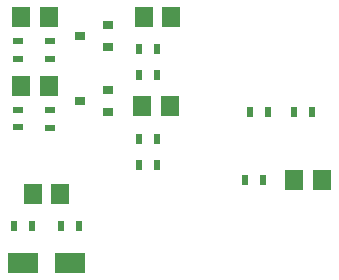
<source format=gtp>
G04 #@! TF.FileFunction,Paste,Top*
%FSLAX46Y46*%
G04 Gerber Fmt 4.6, Leading zero omitted, Abs format (unit mm)*
G04 Created by KiCad (PCBNEW 4.0.4-1.fc24-product) date Thu Mar  1 09:38:40 2018*
%MOMM*%
%LPD*%
G01*
G04 APERTURE LIST*
%ADD10C,0.100000*%
%ADD11R,0.500000X0.900000*%
%ADD12R,1.549400X1.800860*%
%ADD13R,0.900000X0.800000*%
%ADD14R,0.900000X0.500000*%
%ADD15R,2.499360X1.800860*%
G04 APERTURE END LIST*
D10*
D11*
X133250000Y-97500000D03*
X134750000Y-97500000D03*
D12*
X136176020Y-79800000D03*
X133823980Y-79800000D03*
X136176020Y-85600000D03*
X133823980Y-85600000D03*
X144223980Y-79800000D03*
X146576020Y-79800000D03*
X144123980Y-87300000D03*
X146476020Y-87300000D03*
X134823980Y-94800000D03*
X137176020Y-94800000D03*
X157000000Y-93600000D03*
X159352040Y-93600000D03*
D13*
X141200000Y-82350000D03*
X141200000Y-80450000D03*
X138800000Y-81400000D03*
X141200000Y-87850000D03*
X141200000Y-85950000D03*
X138800000Y-86900000D03*
D14*
X133600000Y-81850000D03*
X133600000Y-83350000D03*
X133600000Y-87650000D03*
X133600000Y-89150000D03*
X136300000Y-81850000D03*
X136300000Y-83350000D03*
X136300000Y-87700000D03*
X136300000Y-89200000D03*
D11*
X137250000Y-97500000D03*
X138750000Y-97500000D03*
X154350000Y-93600000D03*
X152850000Y-93600000D03*
X158450000Y-87800000D03*
X156950000Y-87800000D03*
X154750000Y-87800000D03*
X153250000Y-87800000D03*
D15*
X134001020Y-100600000D03*
X137998980Y-100600000D03*
D11*
X143850000Y-84750000D03*
X145350000Y-84750000D03*
X145350000Y-92300000D03*
X143850000Y-92300000D03*
X145350000Y-82500000D03*
X143850000Y-82500000D03*
X145350000Y-90100000D03*
X143850000Y-90100000D03*
M02*

</source>
